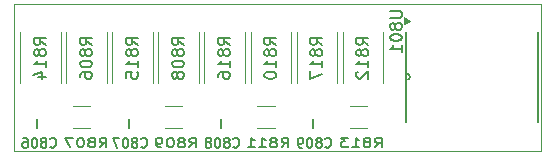
<source format=gbo>
G04 #@! TF.GenerationSoftware,KiCad,Pcbnew,7.0.9*
G04 #@! TF.CreationDate,2024-03-27T02:29:44+03:00*
G04 #@! TF.ProjectId,hellen1-mcz33810,68656c6c-656e-4312-9d6d-637a33333831,rev?*
G04 #@! TF.SameCoordinates,PX507b070PY4a65690*
G04 #@! TF.FileFunction,Legend,Bot*
G04 #@! TF.FilePolarity,Positive*
%FSLAX46Y46*%
G04 Gerber Fmt 4.6, Leading zero omitted, Abs format (unit mm)*
G04 Created by KiCad (PCBNEW 7.0.9) date 2024-03-27 02:29:44*
%MOMM*%
%LPD*%
G01*
G04 APERTURE LIST*
%ADD10C,0.170000*%
%ADD11C,0.150000*%
%ADD12C,0.100000*%
%ADD13C,0.200000*%
%ADD14C,0.120000*%
%ADD15C,0.152400*%
G04 APERTURE END LIST*
D10*
X26434347Y397287D02*
X26473395Y358239D01*
X26473395Y358239D02*
X26590538Y319192D01*
X26590538Y319192D02*
X26668633Y319192D01*
X26668633Y319192D02*
X26785776Y358239D01*
X26785776Y358239D02*
X26863872Y436335D01*
X26863872Y436335D02*
X26902919Y514430D01*
X26902919Y514430D02*
X26941967Y670620D01*
X26941967Y670620D02*
X26941967Y787763D01*
X26941967Y787763D02*
X26902919Y943954D01*
X26902919Y943954D02*
X26863872Y1022049D01*
X26863872Y1022049D02*
X26785776Y1100144D01*
X26785776Y1100144D02*
X26668633Y1139192D01*
X26668633Y1139192D02*
X26590538Y1139192D01*
X26590538Y1139192D02*
X26473395Y1100144D01*
X26473395Y1100144D02*
X26434347Y1061097D01*
X25965775Y787763D02*
X26043871Y826811D01*
X26043871Y826811D02*
X26082918Y865859D01*
X26082918Y865859D02*
X26121966Y943954D01*
X26121966Y943954D02*
X26121966Y983001D01*
X26121966Y983001D02*
X26082918Y1061097D01*
X26082918Y1061097D02*
X26043871Y1100144D01*
X26043871Y1100144D02*
X25965775Y1139192D01*
X25965775Y1139192D02*
X25809585Y1139192D01*
X25809585Y1139192D02*
X25731489Y1100144D01*
X25731489Y1100144D02*
X25692442Y1061097D01*
X25692442Y1061097D02*
X25653394Y983001D01*
X25653394Y983001D02*
X25653394Y943954D01*
X25653394Y943954D02*
X25692442Y865859D01*
X25692442Y865859D02*
X25731489Y826811D01*
X25731489Y826811D02*
X25809585Y787763D01*
X25809585Y787763D02*
X25965775Y787763D01*
X25965775Y787763D02*
X26043871Y748716D01*
X26043871Y748716D02*
X26082918Y709668D01*
X26082918Y709668D02*
X26121966Y631573D01*
X26121966Y631573D02*
X26121966Y475382D01*
X26121966Y475382D02*
X26082918Y397287D01*
X26082918Y397287D02*
X26043871Y358239D01*
X26043871Y358239D02*
X25965775Y319192D01*
X25965775Y319192D02*
X25809585Y319192D01*
X25809585Y319192D02*
X25731489Y358239D01*
X25731489Y358239D02*
X25692442Y397287D01*
X25692442Y397287D02*
X25653394Y475382D01*
X25653394Y475382D02*
X25653394Y631573D01*
X25653394Y631573D02*
X25692442Y709668D01*
X25692442Y709668D02*
X25731489Y748716D01*
X25731489Y748716D02*
X25809585Y787763D01*
X25145775Y1139192D02*
X25067679Y1139192D01*
X25067679Y1139192D02*
X24989584Y1100144D01*
X24989584Y1100144D02*
X24950536Y1061097D01*
X24950536Y1061097D02*
X24911489Y983001D01*
X24911489Y983001D02*
X24872441Y826811D01*
X24872441Y826811D02*
X24872441Y631573D01*
X24872441Y631573D02*
X24911489Y475382D01*
X24911489Y475382D02*
X24950536Y397287D01*
X24950536Y397287D02*
X24989584Y358239D01*
X24989584Y358239D02*
X25067679Y319192D01*
X25067679Y319192D02*
X25145775Y319192D01*
X25145775Y319192D02*
X25223870Y358239D01*
X25223870Y358239D02*
X25262918Y397287D01*
X25262918Y397287D02*
X25301965Y475382D01*
X25301965Y475382D02*
X25341013Y631573D01*
X25341013Y631573D02*
X25341013Y826811D01*
X25341013Y826811D02*
X25301965Y983001D01*
X25301965Y983001D02*
X25262918Y1061097D01*
X25262918Y1061097D02*
X25223870Y1100144D01*
X25223870Y1100144D02*
X25145775Y1139192D01*
X24481965Y319192D02*
X24325774Y319192D01*
X24325774Y319192D02*
X24247679Y358239D01*
X24247679Y358239D02*
X24208631Y397287D01*
X24208631Y397287D02*
X24130536Y514430D01*
X24130536Y514430D02*
X24091488Y670620D01*
X24091488Y670620D02*
X24091488Y983001D01*
X24091488Y983001D02*
X24130536Y1061097D01*
X24130536Y1061097D02*
X24169583Y1100144D01*
X24169583Y1100144D02*
X24247679Y1139192D01*
X24247679Y1139192D02*
X24403869Y1139192D01*
X24403869Y1139192D02*
X24481965Y1100144D01*
X24481965Y1100144D02*
X24521012Y1061097D01*
X24521012Y1061097D02*
X24560060Y983001D01*
X24560060Y983001D02*
X24560060Y787763D01*
X24560060Y787763D02*
X24521012Y709668D01*
X24521012Y709668D02*
X24481965Y670620D01*
X24481965Y670620D02*
X24403869Y631573D01*
X24403869Y631573D02*
X24247679Y631573D01*
X24247679Y631573D02*
X24169583Y670620D01*
X24169583Y670620D02*
X24130536Y709668D01*
X24130536Y709668D02*
X24091488Y787763D01*
D11*
X30064819Y9029048D02*
X29588628Y9362381D01*
X30064819Y9600476D02*
X29064819Y9600476D01*
X29064819Y9600476D02*
X29064819Y9219524D01*
X29064819Y9219524D02*
X29112438Y9124286D01*
X29112438Y9124286D02*
X29160057Y9076667D01*
X29160057Y9076667D02*
X29255295Y9029048D01*
X29255295Y9029048D02*
X29398152Y9029048D01*
X29398152Y9029048D02*
X29493390Y9076667D01*
X29493390Y9076667D02*
X29541009Y9124286D01*
X29541009Y9124286D02*
X29588628Y9219524D01*
X29588628Y9219524D02*
X29588628Y9600476D01*
X29493390Y8457619D02*
X29445771Y8552857D01*
X29445771Y8552857D02*
X29398152Y8600476D01*
X29398152Y8600476D02*
X29302914Y8648095D01*
X29302914Y8648095D02*
X29255295Y8648095D01*
X29255295Y8648095D02*
X29160057Y8600476D01*
X29160057Y8600476D02*
X29112438Y8552857D01*
X29112438Y8552857D02*
X29064819Y8457619D01*
X29064819Y8457619D02*
X29064819Y8267143D01*
X29064819Y8267143D02*
X29112438Y8171905D01*
X29112438Y8171905D02*
X29160057Y8124286D01*
X29160057Y8124286D02*
X29255295Y8076667D01*
X29255295Y8076667D02*
X29302914Y8076667D01*
X29302914Y8076667D02*
X29398152Y8124286D01*
X29398152Y8124286D02*
X29445771Y8171905D01*
X29445771Y8171905D02*
X29493390Y8267143D01*
X29493390Y8267143D02*
X29493390Y8457619D01*
X29493390Y8457619D02*
X29541009Y8552857D01*
X29541009Y8552857D02*
X29588628Y8600476D01*
X29588628Y8600476D02*
X29683866Y8648095D01*
X29683866Y8648095D02*
X29874342Y8648095D01*
X29874342Y8648095D02*
X29969580Y8600476D01*
X29969580Y8600476D02*
X30017200Y8552857D01*
X30017200Y8552857D02*
X30064819Y8457619D01*
X30064819Y8457619D02*
X30064819Y8267143D01*
X30064819Y8267143D02*
X30017200Y8171905D01*
X30017200Y8171905D02*
X29969580Y8124286D01*
X29969580Y8124286D02*
X29874342Y8076667D01*
X29874342Y8076667D02*
X29683866Y8076667D01*
X29683866Y8076667D02*
X29588628Y8124286D01*
X29588628Y8124286D02*
X29541009Y8171905D01*
X29541009Y8171905D02*
X29493390Y8267143D01*
X30064819Y7124286D02*
X30064819Y7695714D01*
X30064819Y7410000D02*
X29064819Y7410000D01*
X29064819Y7410000D02*
X29207676Y7505238D01*
X29207676Y7505238D02*
X29302914Y7600476D01*
X29302914Y7600476D02*
X29350533Y7695714D01*
X29160057Y6743333D02*
X29112438Y6695714D01*
X29112438Y6695714D02*
X29064819Y6600476D01*
X29064819Y6600476D02*
X29064819Y6362381D01*
X29064819Y6362381D02*
X29112438Y6267143D01*
X29112438Y6267143D02*
X29160057Y6219524D01*
X29160057Y6219524D02*
X29255295Y6171905D01*
X29255295Y6171905D02*
X29350533Y6171905D01*
X29350533Y6171905D02*
X29493390Y6219524D01*
X29493390Y6219524D02*
X30064819Y6790952D01*
X30064819Y6790952D02*
X30064819Y6171905D01*
D10*
X10834347Y397287D02*
X10873395Y358239D01*
X10873395Y358239D02*
X10990538Y319192D01*
X10990538Y319192D02*
X11068633Y319192D01*
X11068633Y319192D02*
X11185776Y358239D01*
X11185776Y358239D02*
X11263872Y436335D01*
X11263872Y436335D02*
X11302919Y514430D01*
X11302919Y514430D02*
X11341967Y670620D01*
X11341967Y670620D02*
X11341967Y787763D01*
X11341967Y787763D02*
X11302919Y943954D01*
X11302919Y943954D02*
X11263872Y1022049D01*
X11263872Y1022049D02*
X11185776Y1100144D01*
X11185776Y1100144D02*
X11068633Y1139192D01*
X11068633Y1139192D02*
X10990538Y1139192D01*
X10990538Y1139192D02*
X10873395Y1100144D01*
X10873395Y1100144D02*
X10834347Y1061097D01*
X10365775Y787763D02*
X10443871Y826811D01*
X10443871Y826811D02*
X10482918Y865859D01*
X10482918Y865859D02*
X10521966Y943954D01*
X10521966Y943954D02*
X10521966Y983001D01*
X10521966Y983001D02*
X10482918Y1061097D01*
X10482918Y1061097D02*
X10443871Y1100144D01*
X10443871Y1100144D02*
X10365775Y1139192D01*
X10365775Y1139192D02*
X10209585Y1139192D01*
X10209585Y1139192D02*
X10131489Y1100144D01*
X10131489Y1100144D02*
X10092442Y1061097D01*
X10092442Y1061097D02*
X10053394Y983001D01*
X10053394Y983001D02*
X10053394Y943954D01*
X10053394Y943954D02*
X10092442Y865859D01*
X10092442Y865859D02*
X10131489Y826811D01*
X10131489Y826811D02*
X10209585Y787763D01*
X10209585Y787763D02*
X10365775Y787763D01*
X10365775Y787763D02*
X10443871Y748716D01*
X10443871Y748716D02*
X10482918Y709668D01*
X10482918Y709668D02*
X10521966Y631573D01*
X10521966Y631573D02*
X10521966Y475382D01*
X10521966Y475382D02*
X10482918Y397287D01*
X10482918Y397287D02*
X10443871Y358239D01*
X10443871Y358239D02*
X10365775Y319192D01*
X10365775Y319192D02*
X10209585Y319192D01*
X10209585Y319192D02*
X10131489Y358239D01*
X10131489Y358239D02*
X10092442Y397287D01*
X10092442Y397287D02*
X10053394Y475382D01*
X10053394Y475382D02*
X10053394Y631573D01*
X10053394Y631573D02*
X10092442Y709668D01*
X10092442Y709668D02*
X10131489Y748716D01*
X10131489Y748716D02*
X10209585Y787763D01*
X9545775Y1139192D02*
X9467679Y1139192D01*
X9467679Y1139192D02*
X9389584Y1100144D01*
X9389584Y1100144D02*
X9350536Y1061097D01*
X9350536Y1061097D02*
X9311489Y983001D01*
X9311489Y983001D02*
X9272441Y826811D01*
X9272441Y826811D02*
X9272441Y631573D01*
X9272441Y631573D02*
X9311489Y475382D01*
X9311489Y475382D02*
X9350536Y397287D01*
X9350536Y397287D02*
X9389584Y358239D01*
X9389584Y358239D02*
X9467679Y319192D01*
X9467679Y319192D02*
X9545775Y319192D01*
X9545775Y319192D02*
X9623870Y358239D01*
X9623870Y358239D02*
X9662918Y397287D01*
X9662918Y397287D02*
X9701965Y475382D01*
X9701965Y475382D02*
X9741013Y631573D01*
X9741013Y631573D02*
X9741013Y826811D01*
X9741013Y826811D02*
X9701965Y983001D01*
X9701965Y983001D02*
X9662918Y1061097D01*
X9662918Y1061097D02*
X9623870Y1100144D01*
X9623870Y1100144D02*
X9545775Y1139192D01*
X8999108Y1139192D02*
X8452440Y1139192D01*
X8452440Y1139192D02*
X8803869Y319192D01*
D11*
X10564819Y9029048D02*
X10088628Y9362381D01*
X10564819Y9600476D02*
X9564819Y9600476D01*
X9564819Y9600476D02*
X9564819Y9219524D01*
X9564819Y9219524D02*
X9612438Y9124286D01*
X9612438Y9124286D02*
X9660057Y9076667D01*
X9660057Y9076667D02*
X9755295Y9029048D01*
X9755295Y9029048D02*
X9898152Y9029048D01*
X9898152Y9029048D02*
X9993390Y9076667D01*
X9993390Y9076667D02*
X10041009Y9124286D01*
X10041009Y9124286D02*
X10088628Y9219524D01*
X10088628Y9219524D02*
X10088628Y9600476D01*
X9993390Y8457619D02*
X9945771Y8552857D01*
X9945771Y8552857D02*
X9898152Y8600476D01*
X9898152Y8600476D02*
X9802914Y8648095D01*
X9802914Y8648095D02*
X9755295Y8648095D01*
X9755295Y8648095D02*
X9660057Y8600476D01*
X9660057Y8600476D02*
X9612438Y8552857D01*
X9612438Y8552857D02*
X9564819Y8457619D01*
X9564819Y8457619D02*
X9564819Y8267143D01*
X9564819Y8267143D02*
X9612438Y8171905D01*
X9612438Y8171905D02*
X9660057Y8124286D01*
X9660057Y8124286D02*
X9755295Y8076667D01*
X9755295Y8076667D02*
X9802914Y8076667D01*
X9802914Y8076667D02*
X9898152Y8124286D01*
X9898152Y8124286D02*
X9945771Y8171905D01*
X9945771Y8171905D02*
X9993390Y8267143D01*
X9993390Y8267143D02*
X9993390Y8457619D01*
X9993390Y8457619D02*
X10041009Y8552857D01*
X10041009Y8552857D02*
X10088628Y8600476D01*
X10088628Y8600476D02*
X10183866Y8648095D01*
X10183866Y8648095D02*
X10374342Y8648095D01*
X10374342Y8648095D02*
X10469580Y8600476D01*
X10469580Y8600476D02*
X10517200Y8552857D01*
X10517200Y8552857D02*
X10564819Y8457619D01*
X10564819Y8457619D02*
X10564819Y8267143D01*
X10564819Y8267143D02*
X10517200Y8171905D01*
X10517200Y8171905D02*
X10469580Y8124286D01*
X10469580Y8124286D02*
X10374342Y8076667D01*
X10374342Y8076667D02*
X10183866Y8076667D01*
X10183866Y8076667D02*
X10088628Y8124286D01*
X10088628Y8124286D02*
X10041009Y8171905D01*
X10041009Y8171905D02*
X9993390Y8267143D01*
X10564819Y7124286D02*
X10564819Y7695714D01*
X10564819Y7410000D02*
X9564819Y7410000D01*
X9564819Y7410000D02*
X9707676Y7505238D01*
X9707676Y7505238D02*
X9802914Y7600476D01*
X9802914Y7600476D02*
X9850533Y7695714D01*
X9564819Y6219524D02*
X9564819Y6695714D01*
X9564819Y6695714D02*
X10041009Y6743333D01*
X10041009Y6743333D02*
X9993390Y6695714D01*
X9993390Y6695714D02*
X9945771Y6600476D01*
X9945771Y6600476D02*
X9945771Y6362381D01*
X9945771Y6362381D02*
X9993390Y6267143D01*
X9993390Y6267143D02*
X10041009Y6219524D01*
X10041009Y6219524D02*
X10136247Y6171905D01*
X10136247Y6171905D02*
X10374342Y6171905D01*
X10374342Y6171905D02*
X10469580Y6219524D01*
X10469580Y6219524D02*
X10517200Y6267143D01*
X10517200Y6267143D02*
X10564819Y6362381D01*
X10564819Y6362381D02*
X10564819Y6600476D01*
X10564819Y6600476D02*
X10517200Y6695714D01*
X10517200Y6695714D02*
X10469580Y6743333D01*
X6664819Y9029048D02*
X6188628Y9362381D01*
X6664819Y9600476D02*
X5664819Y9600476D01*
X5664819Y9600476D02*
X5664819Y9219524D01*
X5664819Y9219524D02*
X5712438Y9124286D01*
X5712438Y9124286D02*
X5760057Y9076667D01*
X5760057Y9076667D02*
X5855295Y9029048D01*
X5855295Y9029048D02*
X5998152Y9029048D01*
X5998152Y9029048D02*
X6093390Y9076667D01*
X6093390Y9076667D02*
X6141009Y9124286D01*
X6141009Y9124286D02*
X6188628Y9219524D01*
X6188628Y9219524D02*
X6188628Y9600476D01*
X6093390Y8457619D02*
X6045771Y8552857D01*
X6045771Y8552857D02*
X5998152Y8600476D01*
X5998152Y8600476D02*
X5902914Y8648095D01*
X5902914Y8648095D02*
X5855295Y8648095D01*
X5855295Y8648095D02*
X5760057Y8600476D01*
X5760057Y8600476D02*
X5712438Y8552857D01*
X5712438Y8552857D02*
X5664819Y8457619D01*
X5664819Y8457619D02*
X5664819Y8267143D01*
X5664819Y8267143D02*
X5712438Y8171905D01*
X5712438Y8171905D02*
X5760057Y8124286D01*
X5760057Y8124286D02*
X5855295Y8076667D01*
X5855295Y8076667D02*
X5902914Y8076667D01*
X5902914Y8076667D02*
X5998152Y8124286D01*
X5998152Y8124286D02*
X6045771Y8171905D01*
X6045771Y8171905D02*
X6093390Y8267143D01*
X6093390Y8267143D02*
X6093390Y8457619D01*
X6093390Y8457619D02*
X6141009Y8552857D01*
X6141009Y8552857D02*
X6188628Y8600476D01*
X6188628Y8600476D02*
X6283866Y8648095D01*
X6283866Y8648095D02*
X6474342Y8648095D01*
X6474342Y8648095D02*
X6569580Y8600476D01*
X6569580Y8600476D02*
X6617200Y8552857D01*
X6617200Y8552857D02*
X6664819Y8457619D01*
X6664819Y8457619D02*
X6664819Y8267143D01*
X6664819Y8267143D02*
X6617200Y8171905D01*
X6617200Y8171905D02*
X6569580Y8124286D01*
X6569580Y8124286D02*
X6474342Y8076667D01*
X6474342Y8076667D02*
X6283866Y8076667D01*
X6283866Y8076667D02*
X6188628Y8124286D01*
X6188628Y8124286D02*
X6141009Y8171905D01*
X6141009Y8171905D02*
X6093390Y8267143D01*
X5664819Y7457619D02*
X5664819Y7362381D01*
X5664819Y7362381D02*
X5712438Y7267143D01*
X5712438Y7267143D02*
X5760057Y7219524D01*
X5760057Y7219524D02*
X5855295Y7171905D01*
X5855295Y7171905D02*
X6045771Y7124286D01*
X6045771Y7124286D02*
X6283866Y7124286D01*
X6283866Y7124286D02*
X6474342Y7171905D01*
X6474342Y7171905D02*
X6569580Y7219524D01*
X6569580Y7219524D02*
X6617200Y7267143D01*
X6617200Y7267143D02*
X6664819Y7362381D01*
X6664819Y7362381D02*
X6664819Y7457619D01*
X6664819Y7457619D02*
X6617200Y7552857D01*
X6617200Y7552857D02*
X6569580Y7600476D01*
X6569580Y7600476D02*
X6474342Y7648095D01*
X6474342Y7648095D02*
X6283866Y7695714D01*
X6283866Y7695714D02*
X6045771Y7695714D01*
X6045771Y7695714D02*
X5855295Y7648095D01*
X5855295Y7648095D02*
X5760057Y7600476D01*
X5760057Y7600476D02*
X5712438Y7552857D01*
X5712438Y7552857D02*
X5664819Y7457619D01*
X5664819Y6267143D02*
X5664819Y6457619D01*
X5664819Y6457619D02*
X5712438Y6552857D01*
X5712438Y6552857D02*
X5760057Y6600476D01*
X5760057Y6600476D02*
X5902914Y6695714D01*
X5902914Y6695714D02*
X6093390Y6743333D01*
X6093390Y6743333D02*
X6474342Y6743333D01*
X6474342Y6743333D02*
X6569580Y6695714D01*
X6569580Y6695714D02*
X6617200Y6648095D01*
X6617200Y6648095D02*
X6664819Y6552857D01*
X6664819Y6552857D02*
X6664819Y6362381D01*
X6664819Y6362381D02*
X6617200Y6267143D01*
X6617200Y6267143D02*
X6569580Y6219524D01*
X6569580Y6219524D02*
X6474342Y6171905D01*
X6474342Y6171905D02*
X6236247Y6171905D01*
X6236247Y6171905D02*
X6141009Y6219524D01*
X6141009Y6219524D02*
X6093390Y6267143D01*
X6093390Y6267143D02*
X6045771Y6362381D01*
X6045771Y6362381D02*
X6045771Y6552857D01*
X6045771Y6552857D02*
X6093390Y6648095D01*
X6093390Y6648095D02*
X6141009Y6695714D01*
X6141009Y6695714D02*
X6236247Y6743333D01*
D10*
X30629047Y339492D02*
X30962380Y729968D01*
X31200475Y339492D02*
X31200475Y1159492D01*
X31200475Y1159492D02*
X30819523Y1159492D01*
X30819523Y1159492D02*
X30724285Y1120444D01*
X30724285Y1120444D02*
X30676666Y1081397D01*
X30676666Y1081397D02*
X30629047Y1003301D01*
X30629047Y1003301D02*
X30629047Y886159D01*
X30629047Y886159D02*
X30676666Y808063D01*
X30676666Y808063D02*
X30724285Y769016D01*
X30724285Y769016D02*
X30819523Y729968D01*
X30819523Y729968D02*
X31200475Y729968D01*
X30057618Y808063D02*
X30152856Y847111D01*
X30152856Y847111D02*
X30200475Y886159D01*
X30200475Y886159D02*
X30248094Y964254D01*
X30248094Y964254D02*
X30248094Y1003301D01*
X30248094Y1003301D02*
X30200475Y1081397D01*
X30200475Y1081397D02*
X30152856Y1120444D01*
X30152856Y1120444D02*
X30057618Y1159492D01*
X30057618Y1159492D02*
X29867142Y1159492D01*
X29867142Y1159492D02*
X29771904Y1120444D01*
X29771904Y1120444D02*
X29724285Y1081397D01*
X29724285Y1081397D02*
X29676666Y1003301D01*
X29676666Y1003301D02*
X29676666Y964254D01*
X29676666Y964254D02*
X29724285Y886159D01*
X29724285Y886159D02*
X29771904Y847111D01*
X29771904Y847111D02*
X29867142Y808063D01*
X29867142Y808063D02*
X30057618Y808063D01*
X30057618Y808063D02*
X30152856Y769016D01*
X30152856Y769016D02*
X30200475Y729968D01*
X30200475Y729968D02*
X30248094Y651873D01*
X30248094Y651873D02*
X30248094Y495682D01*
X30248094Y495682D02*
X30200475Y417587D01*
X30200475Y417587D02*
X30152856Y378539D01*
X30152856Y378539D02*
X30057618Y339492D01*
X30057618Y339492D02*
X29867142Y339492D01*
X29867142Y339492D02*
X29771904Y378539D01*
X29771904Y378539D02*
X29724285Y417587D01*
X29724285Y417587D02*
X29676666Y495682D01*
X29676666Y495682D02*
X29676666Y651873D01*
X29676666Y651873D02*
X29724285Y729968D01*
X29724285Y729968D02*
X29771904Y769016D01*
X29771904Y769016D02*
X29867142Y808063D01*
X28724285Y339492D02*
X29295713Y339492D01*
X29009999Y339492D02*
X29009999Y1159492D01*
X29009999Y1159492D02*
X29105237Y1042349D01*
X29105237Y1042349D02*
X29200475Y964254D01*
X29200475Y964254D02*
X29295713Y925206D01*
X28390951Y1159492D02*
X27771904Y1159492D01*
X27771904Y1159492D02*
X28105237Y847111D01*
X28105237Y847111D02*
X27962380Y847111D01*
X27962380Y847111D02*
X27867142Y808063D01*
X27867142Y808063D02*
X27819523Y769016D01*
X27819523Y769016D02*
X27771904Y690920D01*
X27771904Y690920D02*
X27771904Y495682D01*
X27771904Y495682D02*
X27819523Y417587D01*
X27819523Y417587D02*
X27867142Y378539D01*
X27867142Y378539D02*
X27962380Y339492D01*
X27962380Y339492D02*
X28248094Y339492D01*
X28248094Y339492D02*
X28343332Y378539D01*
X28343332Y378539D02*
X28390951Y417587D01*
X18634347Y397287D02*
X18673395Y358239D01*
X18673395Y358239D02*
X18790538Y319192D01*
X18790538Y319192D02*
X18868633Y319192D01*
X18868633Y319192D02*
X18985776Y358239D01*
X18985776Y358239D02*
X19063872Y436335D01*
X19063872Y436335D02*
X19102919Y514430D01*
X19102919Y514430D02*
X19141967Y670620D01*
X19141967Y670620D02*
X19141967Y787763D01*
X19141967Y787763D02*
X19102919Y943954D01*
X19102919Y943954D02*
X19063872Y1022049D01*
X19063872Y1022049D02*
X18985776Y1100144D01*
X18985776Y1100144D02*
X18868633Y1139192D01*
X18868633Y1139192D02*
X18790538Y1139192D01*
X18790538Y1139192D02*
X18673395Y1100144D01*
X18673395Y1100144D02*
X18634347Y1061097D01*
X18165775Y787763D02*
X18243871Y826811D01*
X18243871Y826811D02*
X18282918Y865859D01*
X18282918Y865859D02*
X18321966Y943954D01*
X18321966Y943954D02*
X18321966Y983001D01*
X18321966Y983001D02*
X18282918Y1061097D01*
X18282918Y1061097D02*
X18243871Y1100144D01*
X18243871Y1100144D02*
X18165775Y1139192D01*
X18165775Y1139192D02*
X18009585Y1139192D01*
X18009585Y1139192D02*
X17931489Y1100144D01*
X17931489Y1100144D02*
X17892442Y1061097D01*
X17892442Y1061097D02*
X17853394Y983001D01*
X17853394Y983001D02*
X17853394Y943954D01*
X17853394Y943954D02*
X17892442Y865859D01*
X17892442Y865859D02*
X17931489Y826811D01*
X17931489Y826811D02*
X18009585Y787763D01*
X18009585Y787763D02*
X18165775Y787763D01*
X18165775Y787763D02*
X18243871Y748716D01*
X18243871Y748716D02*
X18282918Y709668D01*
X18282918Y709668D02*
X18321966Y631573D01*
X18321966Y631573D02*
X18321966Y475382D01*
X18321966Y475382D02*
X18282918Y397287D01*
X18282918Y397287D02*
X18243871Y358239D01*
X18243871Y358239D02*
X18165775Y319192D01*
X18165775Y319192D02*
X18009585Y319192D01*
X18009585Y319192D02*
X17931489Y358239D01*
X17931489Y358239D02*
X17892442Y397287D01*
X17892442Y397287D02*
X17853394Y475382D01*
X17853394Y475382D02*
X17853394Y631573D01*
X17853394Y631573D02*
X17892442Y709668D01*
X17892442Y709668D02*
X17931489Y748716D01*
X17931489Y748716D02*
X18009585Y787763D01*
X17345775Y1139192D02*
X17267679Y1139192D01*
X17267679Y1139192D02*
X17189584Y1100144D01*
X17189584Y1100144D02*
X17150536Y1061097D01*
X17150536Y1061097D02*
X17111489Y983001D01*
X17111489Y983001D02*
X17072441Y826811D01*
X17072441Y826811D02*
X17072441Y631573D01*
X17072441Y631573D02*
X17111489Y475382D01*
X17111489Y475382D02*
X17150536Y397287D01*
X17150536Y397287D02*
X17189584Y358239D01*
X17189584Y358239D02*
X17267679Y319192D01*
X17267679Y319192D02*
X17345775Y319192D01*
X17345775Y319192D02*
X17423870Y358239D01*
X17423870Y358239D02*
X17462918Y397287D01*
X17462918Y397287D02*
X17501965Y475382D01*
X17501965Y475382D02*
X17541013Y631573D01*
X17541013Y631573D02*
X17541013Y826811D01*
X17541013Y826811D02*
X17501965Y983001D01*
X17501965Y983001D02*
X17462918Y1061097D01*
X17462918Y1061097D02*
X17423870Y1100144D01*
X17423870Y1100144D02*
X17345775Y1139192D01*
X16603869Y787763D02*
X16681965Y826811D01*
X16681965Y826811D02*
X16721012Y865859D01*
X16721012Y865859D02*
X16760060Y943954D01*
X16760060Y943954D02*
X16760060Y983001D01*
X16760060Y983001D02*
X16721012Y1061097D01*
X16721012Y1061097D02*
X16681965Y1100144D01*
X16681965Y1100144D02*
X16603869Y1139192D01*
X16603869Y1139192D02*
X16447679Y1139192D01*
X16447679Y1139192D02*
X16369583Y1100144D01*
X16369583Y1100144D02*
X16330536Y1061097D01*
X16330536Y1061097D02*
X16291488Y983001D01*
X16291488Y983001D02*
X16291488Y943954D01*
X16291488Y943954D02*
X16330536Y865859D01*
X16330536Y865859D02*
X16369583Y826811D01*
X16369583Y826811D02*
X16447679Y787763D01*
X16447679Y787763D02*
X16603869Y787763D01*
X16603869Y787763D02*
X16681965Y748716D01*
X16681965Y748716D02*
X16721012Y709668D01*
X16721012Y709668D02*
X16760060Y631573D01*
X16760060Y631573D02*
X16760060Y475382D01*
X16760060Y475382D02*
X16721012Y397287D01*
X16721012Y397287D02*
X16681965Y358239D01*
X16681965Y358239D02*
X16603869Y319192D01*
X16603869Y319192D02*
X16447679Y319192D01*
X16447679Y319192D02*
X16369583Y358239D01*
X16369583Y358239D02*
X16330536Y397287D01*
X16330536Y397287D02*
X16291488Y475382D01*
X16291488Y475382D02*
X16291488Y631573D01*
X16291488Y631573D02*
X16330536Y709668D01*
X16330536Y709668D02*
X16369583Y748716D01*
X16369583Y748716D02*
X16447679Y787763D01*
X3134347Y397287D02*
X3173395Y358239D01*
X3173395Y358239D02*
X3290538Y319192D01*
X3290538Y319192D02*
X3368633Y319192D01*
X3368633Y319192D02*
X3485776Y358239D01*
X3485776Y358239D02*
X3563872Y436335D01*
X3563872Y436335D02*
X3602919Y514430D01*
X3602919Y514430D02*
X3641967Y670620D01*
X3641967Y670620D02*
X3641967Y787763D01*
X3641967Y787763D02*
X3602919Y943954D01*
X3602919Y943954D02*
X3563872Y1022049D01*
X3563872Y1022049D02*
X3485776Y1100144D01*
X3485776Y1100144D02*
X3368633Y1139192D01*
X3368633Y1139192D02*
X3290538Y1139192D01*
X3290538Y1139192D02*
X3173395Y1100144D01*
X3173395Y1100144D02*
X3134347Y1061097D01*
X2665775Y787763D02*
X2743871Y826811D01*
X2743871Y826811D02*
X2782918Y865859D01*
X2782918Y865859D02*
X2821966Y943954D01*
X2821966Y943954D02*
X2821966Y983001D01*
X2821966Y983001D02*
X2782918Y1061097D01*
X2782918Y1061097D02*
X2743871Y1100144D01*
X2743871Y1100144D02*
X2665775Y1139192D01*
X2665775Y1139192D02*
X2509585Y1139192D01*
X2509585Y1139192D02*
X2431489Y1100144D01*
X2431489Y1100144D02*
X2392442Y1061097D01*
X2392442Y1061097D02*
X2353394Y983001D01*
X2353394Y983001D02*
X2353394Y943954D01*
X2353394Y943954D02*
X2392442Y865859D01*
X2392442Y865859D02*
X2431489Y826811D01*
X2431489Y826811D02*
X2509585Y787763D01*
X2509585Y787763D02*
X2665775Y787763D01*
X2665775Y787763D02*
X2743871Y748716D01*
X2743871Y748716D02*
X2782918Y709668D01*
X2782918Y709668D02*
X2821966Y631573D01*
X2821966Y631573D02*
X2821966Y475382D01*
X2821966Y475382D02*
X2782918Y397287D01*
X2782918Y397287D02*
X2743871Y358239D01*
X2743871Y358239D02*
X2665775Y319192D01*
X2665775Y319192D02*
X2509585Y319192D01*
X2509585Y319192D02*
X2431489Y358239D01*
X2431489Y358239D02*
X2392442Y397287D01*
X2392442Y397287D02*
X2353394Y475382D01*
X2353394Y475382D02*
X2353394Y631573D01*
X2353394Y631573D02*
X2392442Y709668D01*
X2392442Y709668D02*
X2431489Y748716D01*
X2431489Y748716D02*
X2509585Y787763D01*
X1845775Y1139192D02*
X1767679Y1139192D01*
X1767679Y1139192D02*
X1689584Y1100144D01*
X1689584Y1100144D02*
X1650536Y1061097D01*
X1650536Y1061097D02*
X1611489Y983001D01*
X1611489Y983001D02*
X1572441Y826811D01*
X1572441Y826811D02*
X1572441Y631573D01*
X1572441Y631573D02*
X1611489Y475382D01*
X1611489Y475382D02*
X1650536Y397287D01*
X1650536Y397287D02*
X1689584Y358239D01*
X1689584Y358239D02*
X1767679Y319192D01*
X1767679Y319192D02*
X1845775Y319192D01*
X1845775Y319192D02*
X1923870Y358239D01*
X1923870Y358239D02*
X1962918Y397287D01*
X1962918Y397287D02*
X2001965Y475382D01*
X2001965Y475382D02*
X2041013Y631573D01*
X2041013Y631573D02*
X2041013Y826811D01*
X2041013Y826811D02*
X2001965Y983001D01*
X2001965Y983001D02*
X1962918Y1061097D01*
X1962918Y1061097D02*
X1923870Y1100144D01*
X1923870Y1100144D02*
X1845775Y1139192D01*
X869583Y1139192D02*
X1025774Y1139192D01*
X1025774Y1139192D02*
X1103869Y1100144D01*
X1103869Y1100144D02*
X1142917Y1061097D01*
X1142917Y1061097D02*
X1221012Y943954D01*
X1221012Y943954D02*
X1260060Y787763D01*
X1260060Y787763D02*
X1260060Y475382D01*
X1260060Y475382D02*
X1221012Y397287D01*
X1221012Y397287D02*
X1181965Y358239D01*
X1181965Y358239D02*
X1103869Y319192D01*
X1103869Y319192D02*
X947679Y319192D01*
X947679Y319192D02*
X869583Y358239D01*
X869583Y358239D02*
X830536Y397287D01*
X830536Y397287D02*
X791488Y475382D01*
X791488Y475382D02*
X791488Y670620D01*
X791488Y670620D02*
X830536Y748716D01*
X830536Y748716D02*
X869583Y787763D01*
X869583Y787763D02*
X947679Y826811D01*
X947679Y826811D02*
X1103869Y826811D01*
X1103869Y826811D02*
X1181965Y787763D01*
X1181965Y787763D02*
X1221012Y748716D01*
X1221012Y748716D02*
X1260060Y670620D01*
D11*
X31914819Y11874286D02*
X32724342Y11874286D01*
X32724342Y11874286D02*
X32819580Y11826667D01*
X32819580Y11826667D02*
X32867200Y11779048D01*
X32867200Y11779048D02*
X32914819Y11683810D01*
X32914819Y11683810D02*
X32914819Y11493334D01*
X32914819Y11493334D02*
X32867200Y11398096D01*
X32867200Y11398096D02*
X32819580Y11350477D01*
X32819580Y11350477D02*
X32724342Y11302858D01*
X32724342Y11302858D02*
X31914819Y11302858D01*
X32343390Y10683810D02*
X32295771Y10779048D01*
X32295771Y10779048D02*
X32248152Y10826667D01*
X32248152Y10826667D02*
X32152914Y10874286D01*
X32152914Y10874286D02*
X32105295Y10874286D01*
X32105295Y10874286D02*
X32010057Y10826667D01*
X32010057Y10826667D02*
X31962438Y10779048D01*
X31962438Y10779048D02*
X31914819Y10683810D01*
X31914819Y10683810D02*
X31914819Y10493334D01*
X31914819Y10493334D02*
X31962438Y10398096D01*
X31962438Y10398096D02*
X32010057Y10350477D01*
X32010057Y10350477D02*
X32105295Y10302858D01*
X32105295Y10302858D02*
X32152914Y10302858D01*
X32152914Y10302858D02*
X32248152Y10350477D01*
X32248152Y10350477D02*
X32295771Y10398096D01*
X32295771Y10398096D02*
X32343390Y10493334D01*
X32343390Y10493334D02*
X32343390Y10683810D01*
X32343390Y10683810D02*
X32391009Y10779048D01*
X32391009Y10779048D02*
X32438628Y10826667D01*
X32438628Y10826667D02*
X32533866Y10874286D01*
X32533866Y10874286D02*
X32724342Y10874286D01*
X32724342Y10874286D02*
X32819580Y10826667D01*
X32819580Y10826667D02*
X32867200Y10779048D01*
X32867200Y10779048D02*
X32914819Y10683810D01*
X32914819Y10683810D02*
X32914819Y10493334D01*
X32914819Y10493334D02*
X32867200Y10398096D01*
X32867200Y10398096D02*
X32819580Y10350477D01*
X32819580Y10350477D02*
X32724342Y10302858D01*
X32724342Y10302858D02*
X32533866Y10302858D01*
X32533866Y10302858D02*
X32438628Y10350477D01*
X32438628Y10350477D02*
X32391009Y10398096D01*
X32391009Y10398096D02*
X32343390Y10493334D01*
X31914819Y9683810D02*
X31914819Y9588572D01*
X31914819Y9588572D02*
X31962438Y9493334D01*
X31962438Y9493334D02*
X32010057Y9445715D01*
X32010057Y9445715D02*
X32105295Y9398096D01*
X32105295Y9398096D02*
X32295771Y9350477D01*
X32295771Y9350477D02*
X32533866Y9350477D01*
X32533866Y9350477D02*
X32724342Y9398096D01*
X32724342Y9398096D02*
X32819580Y9445715D01*
X32819580Y9445715D02*
X32867200Y9493334D01*
X32867200Y9493334D02*
X32914819Y9588572D01*
X32914819Y9588572D02*
X32914819Y9683810D01*
X32914819Y9683810D02*
X32867200Y9779048D01*
X32867200Y9779048D02*
X32819580Y9826667D01*
X32819580Y9826667D02*
X32724342Y9874286D01*
X32724342Y9874286D02*
X32533866Y9921905D01*
X32533866Y9921905D02*
X32295771Y9921905D01*
X32295771Y9921905D02*
X32105295Y9874286D01*
X32105295Y9874286D02*
X32010057Y9826667D01*
X32010057Y9826667D02*
X31962438Y9779048D01*
X31962438Y9779048D02*
X31914819Y9683810D01*
X32914819Y8398096D02*
X32914819Y8969524D01*
X32914819Y8683810D02*
X31914819Y8683810D01*
X31914819Y8683810D02*
X32057676Y8779048D01*
X32057676Y8779048D02*
X32152914Y8874286D01*
X32152914Y8874286D02*
X32200533Y8969524D01*
X18364819Y9029048D02*
X17888628Y9362381D01*
X18364819Y9600476D02*
X17364819Y9600476D01*
X17364819Y9600476D02*
X17364819Y9219524D01*
X17364819Y9219524D02*
X17412438Y9124286D01*
X17412438Y9124286D02*
X17460057Y9076667D01*
X17460057Y9076667D02*
X17555295Y9029048D01*
X17555295Y9029048D02*
X17698152Y9029048D01*
X17698152Y9029048D02*
X17793390Y9076667D01*
X17793390Y9076667D02*
X17841009Y9124286D01*
X17841009Y9124286D02*
X17888628Y9219524D01*
X17888628Y9219524D02*
X17888628Y9600476D01*
X17793390Y8457619D02*
X17745771Y8552857D01*
X17745771Y8552857D02*
X17698152Y8600476D01*
X17698152Y8600476D02*
X17602914Y8648095D01*
X17602914Y8648095D02*
X17555295Y8648095D01*
X17555295Y8648095D02*
X17460057Y8600476D01*
X17460057Y8600476D02*
X17412438Y8552857D01*
X17412438Y8552857D02*
X17364819Y8457619D01*
X17364819Y8457619D02*
X17364819Y8267143D01*
X17364819Y8267143D02*
X17412438Y8171905D01*
X17412438Y8171905D02*
X17460057Y8124286D01*
X17460057Y8124286D02*
X17555295Y8076667D01*
X17555295Y8076667D02*
X17602914Y8076667D01*
X17602914Y8076667D02*
X17698152Y8124286D01*
X17698152Y8124286D02*
X17745771Y8171905D01*
X17745771Y8171905D02*
X17793390Y8267143D01*
X17793390Y8267143D02*
X17793390Y8457619D01*
X17793390Y8457619D02*
X17841009Y8552857D01*
X17841009Y8552857D02*
X17888628Y8600476D01*
X17888628Y8600476D02*
X17983866Y8648095D01*
X17983866Y8648095D02*
X18174342Y8648095D01*
X18174342Y8648095D02*
X18269580Y8600476D01*
X18269580Y8600476D02*
X18317200Y8552857D01*
X18317200Y8552857D02*
X18364819Y8457619D01*
X18364819Y8457619D02*
X18364819Y8267143D01*
X18364819Y8267143D02*
X18317200Y8171905D01*
X18317200Y8171905D02*
X18269580Y8124286D01*
X18269580Y8124286D02*
X18174342Y8076667D01*
X18174342Y8076667D02*
X17983866Y8076667D01*
X17983866Y8076667D02*
X17888628Y8124286D01*
X17888628Y8124286D02*
X17841009Y8171905D01*
X17841009Y8171905D02*
X17793390Y8267143D01*
X18364819Y7124286D02*
X18364819Y7695714D01*
X18364819Y7410000D02*
X17364819Y7410000D01*
X17364819Y7410000D02*
X17507676Y7505238D01*
X17507676Y7505238D02*
X17602914Y7600476D01*
X17602914Y7600476D02*
X17650533Y7695714D01*
X17364819Y6267143D02*
X17364819Y6457619D01*
X17364819Y6457619D02*
X17412438Y6552857D01*
X17412438Y6552857D02*
X17460057Y6600476D01*
X17460057Y6600476D02*
X17602914Y6695714D01*
X17602914Y6695714D02*
X17793390Y6743333D01*
X17793390Y6743333D02*
X18174342Y6743333D01*
X18174342Y6743333D02*
X18269580Y6695714D01*
X18269580Y6695714D02*
X18317200Y6648095D01*
X18317200Y6648095D02*
X18364819Y6552857D01*
X18364819Y6552857D02*
X18364819Y6362381D01*
X18364819Y6362381D02*
X18317200Y6267143D01*
X18317200Y6267143D02*
X18269580Y6219524D01*
X18269580Y6219524D02*
X18174342Y6171905D01*
X18174342Y6171905D02*
X17936247Y6171905D01*
X17936247Y6171905D02*
X17841009Y6219524D01*
X17841009Y6219524D02*
X17793390Y6267143D01*
X17793390Y6267143D02*
X17745771Y6362381D01*
X17745771Y6362381D02*
X17745771Y6552857D01*
X17745771Y6552857D02*
X17793390Y6648095D01*
X17793390Y6648095D02*
X17841009Y6695714D01*
X17841009Y6695714D02*
X17936247Y6743333D01*
X14464819Y9029048D02*
X13988628Y9362381D01*
X14464819Y9600476D02*
X13464819Y9600476D01*
X13464819Y9600476D02*
X13464819Y9219524D01*
X13464819Y9219524D02*
X13512438Y9124286D01*
X13512438Y9124286D02*
X13560057Y9076667D01*
X13560057Y9076667D02*
X13655295Y9029048D01*
X13655295Y9029048D02*
X13798152Y9029048D01*
X13798152Y9029048D02*
X13893390Y9076667D01*
X13893390Y9076667D02*
X13941009Y9124286D01*
X13941009Y9124286D02*
X13988628Y9219524D01*
X13988628Y9219524D02*
X13988628Y9600476D01*
X13893390Y8457619D02*
X13845771Y8552857D01*
X13845771Y8552857D02*
X13798152Y8600476D01*
X13798152Y8600476D02*
X13702914Y8648095D01*
X13702914Y8648095D02*
X13655295Y8648095D01*
X13655295Y8648095D02*
X13560057Y8600476D01*
X13560057Y8600476D02*
X13512438Y8552857D01*
X13512438Y8552857D02*
X13464819Y8457619D01*
X13464819Y8457619D02*
X13464819Y8267143D01*
X13464819Y8267143D02*
X13512438Y8171905D01*
X13512438Y8171905D02*
X13560057Y8124286D01*
X13560057Y8124286D02*
X13655295Y8076667D01*
X13655295Y8076667D02*
X13702914Y8076667D01*
X13702914Y8076667D02*
X13798152Y8124286D01*
X13798152Y8124286D02*
X13845771Y8171905D01*
X13845771Y8171905D02*
X13893390Y8267143D01*
X13893390Y8267143D02*
X13893390Y8457619D01*
X13893390Y8457619D02*
X13941009Y8552857D01*
X13941009Y8552857D02*
X13988628Y8600476D01*
X13988628Y8600476D02*
X14083866Y8648095D01*
X14083866Y8648095D02*
X14274342Y8648095D01*
X14274342Y8648095D02*
X14369580Y8600476D01*
X14369580Y8600476D02*
X14417200Y8552857D01*
X14417200Y8552857D02*
X14464819Y8457619D01*
X14464819Y8457619D02*
X14464819Y8267143D01*
X14464819Y8267143D02*
X14417200Y8171905D01*
X14417200Y8171905D02*
X14369580Y8124286D01*
X14369580Y8124286D02*
X14274342Y8076667D01*
X14274342Y8076667D02*
X14083866Y8076667D01*
X14083866Y8076667D02*
X13988628Y8124286D01*
X13988628Y8124286D02*
X13941009Y8171905D01*
X13941009Y8171905D02*
X13893390Y8267143D01*
X13464819Y7457619D02*
X13464819Y7362381D01*
X13464819Y7362381D02*
X13512438Y7267143D01*
X13512438Y7267143D02*
X13560057Y7219524D01*
X13560057Y7219524D02*
X13655295Y7171905D01*
X13655295Y7171905D02*
X13845771Y7124286D01*
X13845771Y7124286D02*
X14083866Y7124286D01*
X14083866Y7124286D02*
X14274342Y7171905D01*
X14274342Y7171905D02*
X14369580Y7219524D01*
X14369580Y7219524D02*
X14417200Y7267143D01*
X14417200Y7267143D02*
X14464819Y7362381D01*
X14464819Y7362381D02*
X14464819Y7457619D01*
X14464819Y7457619D02*
X14417200Y7552857D01*
X14417200Y7552857D02*
X14369580Y7600476D01*
X14369580Y7600476D02*
X14274342Y7648095D01*
X14274342Y7648095D02*
X14083866Y7695714D01*
X14083866Y7695714D02*
X13845771Y7695714D01*
X13845771Y7695714D02*
X13655295Y7648095D01*
X13655295Y7648095D02*
X13560057Y7600476D01*
X13560057Y7600476D02*
X13512438Y7552857D01*
X13512438Y7552857D02*
X13464819Y7457619D01*
X13893390Y6552857D02*
X13845771Y6648095D01*
X13845771Y6648095D02*
X13798152Y6695714D01*
X13798152Y6695714D02*
X13702914Y6743333D01*
X13702914Y6743333D02*
X13655295Y6743333D01*
X13655295Y6743333D02*
X13560057Y6695714D01*
X13560057Y6695714D02*
X13512438Y6648095D01*
X13512438Y6648095D02*
X13464819Y6552857D01*
X13464819Y6552857D02*
X13464819Y6362381D01*
X13464819Y6362381D02*
X13512438Y6267143D01*
X13512438Y6267143D02*
X13560057Y6219524D01*
X13560057Y6219524D02*
X13655295Y6171905D01*
X13655295Y6171905D02*
X13702914Y6171905D01*
X13702914Y6171905D02*
X13798152Y6219524D01*
X13798152Y6219524D02*
X13845771Y6267143D01*
X13845771Y6267143D02*
X13893390Y6362381D01*
X13893390Y6362381D02*
X13893390Y6552857D01*
X13893390Y6552857D02*
X13941009Y6648095D01*
X13941009Y6648095D02*
X13988628Y6695714D01*
X13988628Y6695714D02*
X14083866Y6743333D01*
X14083866Y6743333D02*
X14274342Y6743333D01*
X14274342Y6743333D02*
X14369580Y6695714D01*
X14369580Y6695714D02*
X14417200Y6648095D01*
X14417200Y6648095D02*
X14464819Y6552857D01*
X14464819Y6552857D02*
X14464819Y6362381D01*
X14464819Y6362381D02*
X14417200Y6267143D01*
X14417200Y6267143D02*
X14369580Y6219524D01*
X14369580Y6219524D02*
X14274342Y6171905D01*
X14274342Y6171905D02*
X14083866Y6171905D01*
X14083866Y6171905D02*
X13988628Y6219524D01*
X13988628Y6219524D02*
X13941009Y6267143D01*
X13941009Y6267143D02*
X13893390Y6362381D01*
X2764819Y9029048D02*
X2288628Y9362381D01*
X2764819Y9600476D02*
X1764819Y9600476D01*
X1764819Y9600476D02*
X1764819Y9219524D01*
X1764819Y9219524D02*
X1812438Y9124286D01*
X1812438Y9124286D02*
X1860057Y9076667D01*
X1860057Y9076667D02*
X1955295Y9029048D01*
X1955295Y9029048D02*
X2098152Y9029048D01*
X2098152Y9029048D02*
X2193390Y9076667D01*
X2193390Y9076667D02*
X2241009Y9124286D01*
X2241009Y9124286D02*
X2288628Y9219524D01*
X2288628Y9219524D02*
X2288628Y9600476D01*
X2193390Y8457619D02*
X2145771Y8552857D01*
X2145771Y8552857D02*
X2098152Y8600476D01*
X2098152Y8600476D02*
X2002914Y8648095D01*
X2002914Y8648095D02*
X1955295Y8648095D01*
X1955295Y8648095D02*
X1860057Y8600476D01*
X1860057Y8600476D02*
X1812438Y8552857D01*
X1812438Y8552857D02*
X1764819Y8457619D01*
X1764819Y8457619D02*
X1764819Y8267143D01*
X1764819Y8267143D02*
X1812438Y8171905D01*
X1812438Y8171905D02*
X1860057Y8124286D01*
X1860057Y8124286D02*
X1955295Y8076667D01*
X1955295Y8076667D02*
X2002914Y8076667D01*
X2002914Y8076667D02*
X2098152Y8124286D01*
X2098152Y8124286D02*
X2145771Y8171905D01*
X2145771Y8171905D02*
X2193390Y8267143D01*
X2193390Y8267143D02*
X2193390Y8457619D01*
X2193390Y8457619D02*
X2241009Y8552857D01*
X2241009Y8552857D02*
X2288628Y8600476D01*
X2288628Y8600476D02*
X2383866Y8648095D01*
X2383866Y8648095D02*
X2574342Y8648095D01*
X2574342Y8648095D02*
X2669580Y8600476D01*
X2669580Y8600476D02*
X2717200Y8552857D01*
X2717200Y8552857D02*
X2764819Y8457619D01*
X2764819Y8457619D02*
X2764819Y8267143D01*
X2764819Y8267143D02*
X2717200Y8171905D01*
X2717200Y8171905D02*
X2669580Y8124286D01*
X2669580Y8124286D02*
X2574342Y8076667D01*
X2574342Y8076667D02*
X2383866Y8076667D01*
X2383866Y8076667D02*
X2288628Y8124286D01*
X2288628Y8124286D02*
X2241009Y8171905D01*
X2241009Y8171905D02*
X2193390Y8267143D01*
X2764819Y7124286D02*
X2764819Y7695714D01*
X2764819Y7410000D02*
X1764819Y7410000D01*
X1764819Y7410000D02*
X1907676Y7505238D01*
X1907676Y7505238D02*
X2002914Y7600476D01*
X2002914Y7600476D02*
X2050533Y7695714D01*
X2098152Y6267143D02*
X2764819Y6267143D01*
X1717200Y6505238D02*
X2431485Y6743333D01*
X2431485Y6743333D02*
X2431485Y6124286D01*
D10*
X14929047Y339492D02*
X15262380Y729968D01*
X15500475Y339492D02*
X15500475Y1159492D01*
X15500475Y1159492D02*
X15119523Y1159492D01*
X15119523Y1159492D02*
X15024285Y1120444D01*
X15024285Y1120444D02*
X14976666Y1081397D01*
X14976666Y1081397D02*
X14929047Y1003301D01*
X14929047Y1003301D02*
X14929047Y886159D01*
X14929047Y886159D02*
X14976666Y808063D01*
X14976666Y808063D02*
X15024285Y769016D01*
X15024285Y769016D02*
X15119523Y729968D01*
X15119523Y729968D02*
X15500475Y729968D01*
X14357618Y808063D02*
X14452856Y847111D01*
X14452856Y847111D02*
X14500475Y886159D01*
X14500475Y886159D02*
X14548094Y964254D01*
X14548094Y964254D02*
X14548094Y1003301D01*
X14548094Y1003301D02*
X14500475Y1081397D01*
X14500475Y1081397D02*
X14452856Y1120444D01*
X14452856Y1120444D02*
X14357618Y1159492D01*
X14357618Y1159492D02*
X14167142Y1159492D01*
X14167142Y1159492D02*
X14071904Y1120444D01*
X14071904Y1120444D02*
X14024285Y1081397D01*
X14024285Y1081397D02*
X13976666Y1003301D01*
X13976666Y1003301D02*
X13976666Y964254D01*
X13976666Y964254D02*
X14024285Y886159D01*
X14024285Y886159D02*
X14071904Y847111D01*
X14071904Y847111D02*
X14167142Y808063D01*
X14167142Y808063D02*
X14357618Y808063D01*
X14357618Y808063D02*
X14452856Y769016D01*
X14452856Y769016D02*
X14500475Y729968D01*
X14500475Y729968D02*
X14548094Y651873D01*
X14548094Y651873D02*
X14548094Y495682D01*
X14548094Y495682D02*
X14500475Y417587D01*
X14500475Y417587D02*
X14452856Y378539D01*
X14452856Y378539D02*
X14357618Y339492D01*
X14357618Y339492D02*
X14167142Y339492D01*
X14167142Y339492D02*
X14071904Y378539D01*
X14071904Y378539D02*
X14024285Y417587D01*
X14024285Y417587D02*
X13976666Y495682D01*
X13976666Y495682D02*
X13976666Y651873D01*
X13976666Y651873D02*
X14024285Y729968D01*
X14024285Y729968D02*
X14071904Y769016D01*
X14071904Y769016D02*
X14167142Y808063D01*
X13357618Y1159492D02*
X13262380Y1159492D01*
X13262380Y1159492D02*
X13167142Y1120444D01*
X13167142Y1120444D02*
X13119523Y1081397D01*
X13119523Y1081397D02*
X13071904Y1003301D01*
X13071904Y1003301D02*
X13024285Y847111D01*
X13024285Y847111D02*
X13024285Y651873D01*
X13024285Y651873D02*
X13071904Y495682D01*
X13071904Y495682D02*
X13119523Y417587D01*
X13119523Y417587D02*
X13167142Y378539D01*
X13167142Y378539D02*
X13262380Y339492D01*
X13262380Y339492D02*
X13357618Y339492D01*
X13357618Y339492D02*
X13452856Y378539D01*
X13452856Y378539D02*
X13500475Y417587D01*
X13500475Y417587D02*
X13548094Y495682D01*
X13548094Y495682D02*
X13595713Y651873D01*
X13595713Y651873D02*
X13595713Y847111D01*
X13595713Y847111D02*
X13548094Y1003301D01*
X13548094Y1003301D02*
X13500475Y1081397D01*
X13500475Y1081397D02*
X13452856Y1120444D01*
X13452856Y1120444D02*
X13357618Y1159492D01*
X12548094Y339492D02*
X12357618Y339492D01*
X12357618Y339492D02*
X12262380Y378539D01*
X12262380Y378539D02*
X12214761Y417587D01*
X12214761Y417587D02*
X12119523Y534730D01*
X12119523Y534730D02*
X12071904Y690920D01*
X12071904Y690920D02*
X12071904Y1003301D01*
X12071904Y1003301D02*
X12119523Y1081397D01*
X12119523Y1081397D02*
X12167142Y1120444D01*
X12167142Y1120444D02*
X12262380Y1159492D01*
X12262380Y1159492D02*
X12452856Y1159492D01*
X12452856Y1159492D02*
X12548094Y1120444D01*
X12548094Y1120444D02*
X12595713Y1081397D01*
X12595713Y1081397D02*
X12643332Y1003301D01*
X12643332Y1003301D02*
X12643332Y808063D01*
X12643332Y808063D02*
X12595713Y729968D01*
X12595713Y729968D02*
X12548094Y690920D01*
X12548094Y690920D02*
X12452856Y651873D01*
X12452856Y651873D02*
X12262380Y651873D01*
X12262380Y651873D02*
X12167142Y690920D01*
X12167142Y690920D02*
X12119523Y729968D01*
X12119523Y729968D02*
X12071904Y808063D01*
D11*
X22264819Y9029048D02*
X21788628Y9362381D01*
X22264819Y9600476D02*
X21264819Y9600476D01*
X21264819Y9600476D02*
X21264819Y9219524D01*
X21264819Y9219524D02*
X21312438Y9124286D01*
X21312438Y9124286D02*
X21360057Y9076667D01*
X21360057Y9076667D02*
X21455295Y9029048D01*
X21455295Y9029048D02*
X21598152Y9029048D01*
X21598152Y9029048D02*
X21693390Y9076667D01*
X21693390Y9076667D02*
X21741009Y9124286D01*
X21741009Y9124286D02*
X21788628Y9219524D01*
X21788628Y9219524D02*
X21788628Y9600476D01*
X21693390Y8457619D02*
X21645771Y8552857D01*
X21645771Y8552857D02*
X21598152Y8600476D01*
X21598152Y8600476D02*
X21502914Y8648095D01*
X21502914Y8648095D02*
X21455295Y8648095D01*
X21455295Y8648095D02*
X21360057Y8600476D01*
X21360057Y8600476D02*
X21312438Y8552857D01*
X21312438Y8552857D02*
X21264819Y8457619D01*
X21264819Y8457619D02*
X21264819Y8267143D01*
X21264819Y8267143D02*
X21312438Y8171905D01*
X21312438Y8171905D02*
X21360057Y8124286D01*
X21360057Y8124286D02*
X21455295Y8076667D01*
X21455295Y8076667D02*
X21502914Y8076667D01*
X21502914Y8076667D02*
X21598152Y8124286D01*
X21598152Y8124286D02*
X21645771Y8171905D01*
X21645771Y8171905D02*
X21693390Y8267143D01*
X21693390Y8267143D02*
X21693390Y8457619D01*
X21693390Y8457619D02*
X21741009Y8552857D01*
X21741009Y8552857D02*
X21788628Y8600476D01*
X21788628Y8600476D02*
X21883866Y8648095D01*
X21883866Y8648095D02*
X22074342Y8648095D01*
X22074342Y8648095D02*
X22169580Y8600476D01*
X22169580Y8600476D02*
X22217200Y8552857D01*
X22217200Y8552857D02*
X22264819Y8457619D01*
X22264819Y8457619D02*
X22264819Y8267143D01*
X22264819Y8267143D02*
X22217200Y8171905D01*
X22217200Y8171905D02*
X22169580Y8124286D01*
X22169580Y8124286D02*
X22074342Y8076667D01*
X22074342Y8076667D02*
X21883866Y8076667D01*
X21883866Y8076667D02*
X21788628Y8124286D01*
X21788628Y8124286D02*
X21741009Y8171905D01*
X21741009Y8171905D02*
X21693390Y8267143D01*
X22264819Y7124286D02*
X22264819Y7695714D01*
X22264819Y7410000D02*
X21264819Y7410000D01*
X21264819Y7410000D02*
X21407676Y7505238D01*
X21407676Y7505238D02*
X21502914Y7600476D01*
X21502914Y7600476D02*
X21550533Y7695714D01*
X21264819Y6505238D02*
X21264819Y6410000D01*
X21264819Y6410000D02*
X21312438Y6314762D01*
X21312438Y6314762D02*
X21360057Y6267143D01*
X21360057Y6267143D02*
X21455295Y6219524D01*
X21455295Y6219524D02*
X21645771Y6171905D01*
X21645771Y6171905D02*
X21883866Y6171905D01*
X21883866Y6171905D02*
X22074342Y6219524D01*
X22074342Y6219524D02*
X22169580Y6267143D01*
X22169580Y6267143D02*
X22217200Y6314762D01*
X22217200Y6314762D02*
X22264819Y6410000D01*
X22264819Y6410000D02*
X22264819Y6505238D01*
X22264819Y6505238D02*
X22217200Y6600476D01*
X22217200Y6600476D02*
X22169580Y6648095D01*
X22169580Y6648095D02*
X22074342Y6695714D01*
X22074342Y6695714D02*
X21883866Y6743333D01*
X21883866Y6743333D02*
X21645771Y6743333D01*
X21645771Y6743333D02*
X21455295Y6695714D01*
X21455295Y6695714D02*
X21360057Y6648095D01*
X21360057Y6648095D02*
X21312438Y6600476D01*
X21312438Y6600476D02*
X21264819Y6505238D01*
D10*
X7329047Y339492D02*
X7662380Y729968D01*
X7900475Y339492D02*
X7900475Y1159492D01*
X7900475Y1159492D02*
X7519523Y1159492D01*
X7519523Y1159492D02*
X7424285Y1120444D01*
X7424285Y1120444D02*
X7376666Y1081397D01*
X7376666Y1081397D02*
X7329047Y1003301D01*
X7329047Y1003301D02*
X7329047Y886159D01*
X7329047Y886159D02*
X7376666Y808063D01*
X7376666Y808063D02*
X7424285Y769016D01*
X7424285Y769016D02*
X7519523Y729968D01*
X7519523Y729968D02*
X7900475Y729968D01*
X6757618Y808063D02*
X6852856Y847111D01*
X6852856Y847111D02*
X6900475Y886159D01*
X6900475Y886159D02*
X6948094Y964254D01*
X6948094Y964254D02*
X6948094Y1003301D01*
X6948094Y1003301D02*
X6900475Y1081397D01*
X6900475Y1081397D02*
X6852856Y1120444D01*
X6852856Y1120444D02*
X6757618Y1159492D01*
X6757618Y1159492D02*
X6567142Y1159492D01*
X6567142Y1159492D02*
X6471904Y1120444D01*
X6471904Y1120444D02*
X6424285Y1081397D01*
X6424285Y1081397D02*
X6376666Y1003301D01*
X6376666Y1003301D02*
X6376666Y964254D01*
X6376666Y964254D02*
X6424285Y886159D01*
X6424285Y886159D02*
X6471904Y847111D01*
X6471904Y847111D02*
X6567142Y808063D01*
X6567142Y808063D02*
X6757618Y808063D01*
X6757618Y808063D02*
X6852856Y769016D01*
X6852856Y769016D02*
X6900475Y729968D01*
X6900475Y729968D02*
X6948094Y651873D01*
X6948094Y651873D02*
X6948094Y495682D01*
X6948094Y495682D02*
X6900475Y417587D01*
X6900475Y417587D02*
X6852856Y378539D01*
X6852856Y378539D02*
X6757618Y339492D01*
X6757618Y339492D02*
X6567142Y339492D01*
X6567142Y339492D02*
X6471904Y378539D01*
X6471904Y378539D02*
X6424285Y417587D01*
X6424285Y417587D02*
X6376666Y495682D01*
X6376666Y495682D02*
X6376666Y651873D01*
X6376666Y651873D02*
X6424285Y729968D01*
X6424285Y729968D02*
X6471904Y769016D01*
X6471904Y769016D02*
X6567142Y808063D01*
X5757618Y1159492D02*
X5662380Y1159492D01*
X5662380Y1159492D02*
X5567142Y1120444D01*
X5567142Y1120444D02*
X5519523Y1081397D01*
X5519523Y1081397D02*
X5471904Y1003301D01*
X5471904Y1003301D02*
X5424285Y847111D01*
X5424285Y847111D02*
X5424285Y651873D01*
X5424285Y651873D02*
X5471904Y495682D01*
X5471904Y495682D02*
X5519523Y417587D01*
X5519523Y417587D02*
X5567142Y378539D01*
X5567142Y378539D02*
X5662380Y339492D01*
X5662380Y339492D02*
X5757618Y339492D01*
X5757618Y339492D02*
X5852856Y378539D01*
X5852856Y378539D02*
X5900475Y417587D01*
X5900475Y417587D02*
X5948094Y495682D01*
X5948094Y495682D02*
X5995713Y651873D01*
X5995713Y651873D02*
X5995713Y847111D01*
X5995713Y847111D02*
X5948094Y1003301D01*
X5948094Y1003301D02*
X5900475Y1081397D01*
X5900475Y1081397D02*
X5852856Y1120444D01*
X5852856Y1120444D02*
X5757618Y1159492D01*
X5090951Y1159492D02*
X4424285Y1159492D01*
X4424285Y1159492D02*
X4852856Y339492D01*
D11*
X26164819Y9029048D02*
X25688628Y9362381D01*
X26164819Y9600476D02*
X25164819Y9600476D01*
X25164819Y9600476D02*
X25164819Y9219524D01*
X25164819Y9219524D02*
X25212438Y9124286D01*
X25212438Y9124286D02*
X25260057Y9076667D01*
X25260057Y9076667D02*
X25355295Y9029048D01*
X25355295Y9029048D02*
X25498152Y9029048D01*
X25498152Y9029048D02*
X25593390Y9076667D01*
X25593390Y9076667D02*
X25641009Y9124286D01*
X25641009Y9124286D02*
X25688628Y9219524D01*
X25688628Y9219524D02*
X25688628Y9600476D01*
X25593390Y8457619D02*
X25545771Y8552857D01*
X25545771Y8552857D02*
X25498152Y8600476D01*
X25498152Y8600476D02*
X25402914Y8648095D01*
X25402914Y8648095D02*
X25355295Y8648095D01*
X25355295Y8648095D02*
X25260057Y8600476D01*
X25260057Y8600476D02*
X25212438Y8552857D01*
X25212438Y8552857D02*
X25164819Y8457619D01*
X25164819Y8457619D02*
X25164819Y8267143D01*
X25164819Y8267143D02*
X25212438Y8171905D01*
X25212438Y8171905D02*
X25260057Y8124286D01*
X25260057Y8124286D02*
X25355295Y8076667D01*
X25355295Y8076667D02*
X25402914Y8076667D01*
X25402914Y8076667D02*
X25498152Y8124286D01*
X25498152Y8124286D02*
X25545771Y8171905D01*
X25545771Y8171905D02*
X25593390Y8267143D01*
X25593390Y8267143D02*
X25593390Y8457619D01*
X25593390Y8457619D02*
X25641009Y8552857D01*
X25641009Y8552857D02*
X25688628Y8600476D01*
X25688628Y8600476D02*
X25783866Y8648095D01*
X25783866Y8648095D02*
X25974342Y8648095D01*
X25974342Y8648095D02*
X26069580Y8600476D01*
X26069580Y8600476D02*
X26117200Y8552857D01*
X26117200Y8552857D02*
X26164819Y8457619D01*
X26164819Y8457619D02*
X26164819Y8267143D01*
X26164819Y8267143D02*
X26117200Y8171905D01*
X26117200Y8171905D02*
X26069580Y8124286D01*
X26069580Y8124286D02*
X25974342Y8076667D01*
X25974342Y8076667D02*
X25783866Y8076667D01*
X25783866Y8076667D02*
X25688628Y8124286D01*
X25688628Y8124286D02*
X25641009Y8171905D01*
X25641009Y8171905D02*
X25593390Y8267143D01*
X26164819Y7124286D02*
X26164819Y7695714D01*
X26164819Y7410000D02*
X25164819Y7410000D01*
X25164819Y7410000D02*
X25307676Y7505238D01*
X25307676Y7505238D02*
X25402914Y7600476D01*
X25402914Y7600476D02*
X25450533Y7695714D01*
X25164819Y6790952D02*
X25164819Y6124286D01*
X25164819Y6124286D02*
X26164819Y6552857D01*
D10*
X22729047Y339492D02*
X23062380Y729968D01*
X23300475Y339492D02*
X23300475Y1159492D01*
X23300475Y1159492D02*
X22919523Y1159492D01*
X22919523Y1159492D02*
X22824285Y1120444D01*
X22824285Y1120444D02*
X22776666Y1081397D01*
X22776666Y1081397D02*
X22729047Y1003301D01*
X22729047Y1003301D02*
X22729047Y886159D01*
X22729047Y886159D02*
X22776666Y808063D01*
X22776666Y808063D02*
X22824285Y769016D01*
X22824285Y769016D02*
X22919523Y729968D01*
X22919523Y729968D02*
X23300475Y729968D01*
X22157618Y808063D02*
X22252856Y847111D01*
X22252856Y847111D02*
X22300475Y886159D01*
X22300475Y886159D02*
X22348094Y964254D01*
X22348094Y964254D02*
X22348094Y1003301D01*
X22348094Y1003301D02*
X22300475Y1081397D01*
X22300475Y1081397D02*
X22252856Y1120444D01*
X22252856Y1120444D02*
X22157618Y1159492D01*
X22157618Y1159492D02*
X21967142Y1159492D01*
X21967142Y1159492D02*
X21871904Y1120444D01*
X21871904Y1120444D02*
X21824285Y1081397D01*
X21824285Y1081397D02*
X21776666Y1003301D01*
X21776666Y1003301D02*
X21776666Y964254D01*
X21776666Y964254D02*
X21824285Y886159D01*
X21824285Y886159D02*
X21871904Y847111D01*
X21871904Y847111D02*
X21967142Y808063D01*
X21967142Y808063D02*
X22157618Y808063D01*
X22157618Y808063D02*
X22252856Y769016D01*
X22252856Y769016D02*
X22300475Y729968D01*
X22300475Y729968D02*
X22348094Y651873D01*
X22348094Y651873D02*
X22348094Y495682D01*
X22348094Y495682D02*
X22300475Y417587D01*
X22300475Y417587D02*
X22252856Y378539D01*
X22252856Y378539D02*
X22157618Y339492D01*
X22157618Y339492D02*
X21967142Y339492D01*
X21967142Y339492D02*
X21871904Y378539D01*
X21871904Y378539D02*
X21824285Y417587D01*
X21824285Y417587D02*
X21776666Y495682D01*
X21776666Y495682D02*
X21776666Y651873D01*
X21776666Y651873D02*
X21824285Y729968D01*
X21824285Y729968D02*
X21871904Y769016D01*
X21871904Y769016D02*
X21967142Y808063D01*
X20824285Y339492D02*
X21395713Y339492D01*
X21109999Y339492D02*
X21109999Y1159492D01*
X21109999Y1159492D02*
X21205237Y1042349D01*
X21205237Y1042349D02*
X21300475Y964254D01*
X21300475Y964254D02*
X21395713Y925206D01*
X19871904Y339492D02*
X20443332Y339492D01*
X20157618Y339492D02*
X20157618Y1159492D01*
X20157618Y1159492D02*
X20252856Y1042349D01*
X20252856Y1042349D02*
X20348094Y964254D01*
X20348094Y964254D02*
X20443332Y925206D01*
D12*
G04 #@! TO.C,M801*
X60000Y60000D02*
X44710000Y60000D01*
X44710000Y60000D02*
X44710000Y12460000D01*
X44710000Y12460000D02*
X60000Y12460000D01*
X60000Y12460000D02*
X60000Y60000D01*
D13*
G04 #@! TO.C,C809*
X25410000Y1960014D02*
X25410000Y2709999D01*
D14*
G04 #@! TO.C,R812*
X31320000Y10124564D02*
X31320000Y5770436D01*
X27900000Y10124564D02*
X27900000Y5770436D01*
D13*
G04 #@! TO.C,C807*
X9810000Y1960014D02*
X9810000Y2709999D01*
D14*
G04 #@! TO.C,R815*
X11820000Y10124564D02*
X11820000Y5770436D01*
X8400000Y10124564D02*
X8400000Y5770436D01*
G04 #@! TO.C,R806*
X7920000Y10124564D02*
X7920000Y5770436D01*
X4500000Y10124564D02*
X4500000Y5770436D01*
G04 #@! TO.C,R813*
X28482936Y3820000D02*
X29937064Y3820000D01*
X28482936Y2000000D02*
X29937064Y2000000D01*
D13*
G04 #@! TO.C,C808*
X17610000Y1960014D02*
X17610000Y2709999D01*
G04 #@! TO.C,C806*
X2010000Y1960014D02*
X2010000Y2709999D01*
D15*
G04 #@! TO.C,U801*
X44422600Y10120000D02*
X44422600Y2500000D01*
X33297400Y6614800D02*
X33297400Y10120000D01*
X33297400Y6005200D02*
X33297400Y6614800D01*
X33297400Y2500000D02*
X33297400Y6005200D01*
X33297400Y6005200D02*
G75*
G03*
X33297400Y6614800I0J304800D01*
G01*
D14*
X33610000Y11060000D02*
X33110000Y10760000D01*
X33110000Y11360000D01*
X33610000Y11060000D01*
G36*
X33610000Y11060000D02*
G01*
X33110000Y10760000D01*
X33110000Y11360000D01*
X33610000Y11060000D01*
G37*
G04 #@! TO.C,R816*
X19620000Y10124564D02*
X19620000Y5770436D01*
X16200000Y10124564D02*
X16200000Y5770436D01*
G04 #@! TO.C,R808*
X15720000Y10124564D02*
X15720000Y5770436D01*
X12300000Y10124564D02*
X12300000Y5770436D01*
G04 #@! TO.C,R814*
X4020000Y10124564D02*
X4020000Y5770436D01*
X600000Y10124564D02*
X600000Y5770436D01*
G04 #@! TO.C,R809*
X12882936Y3820000D02*
X14337064Y3820000D01*
X12882936Y2000000D02*
X14337064Y2000000D01*
G04 #@! TO.C,R810*
X23520000Y10124564D02*
X23520000Y5770436D01*
X20100000Y10124564D02*
X20100000Y5770436D01*
G04 #@! TO.C,R807*
X5082936Y3820000D02*
X6537064Y3820000D01*
X5082936Y2000000D02*
X6537064Y2000000D01*
G04 #@! TO.C,R817*
X27420000Y10124564D02*
X27420000Y5770436D01*
X24000000Y10124564D02*
X24000000Y5770436D01*
G04 #@! TO.C,R811*
X20682936Y3820000D02*
X22137064Y3820000D01*
X20682936Y2000000D02*
X22137064Y2000000D01*
G04 #@! TD*
M02*

</source>
